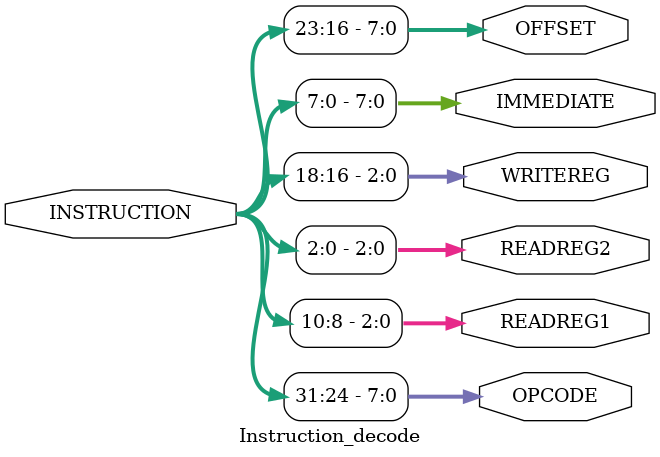
<source format=v>
`timescale  1ns/100ps
module Instruction_decode(INSTRUCTION,OPCODE,IMMEDIATE,READREG1,READREG2,WRITEREG,OFFSET);

    //========== INPUT PORT DECLARATIONS ==========
    input [31:0] INSTRUCTION;       // 32-bit instruction word from instruction memory

    //========== OUTPUT PORT DECLARATIONS ==========
    output reg [7:0] OPCODE;        // 8-bit operation code (determines instruction type)
    output reg [2:0] READREG1;      // 3-bit address for first source register (R0-R7)
    output reg [2:0] READREG2;      // 3-bit address for second source register (R0-R7)
    output reg [2:0] WRITEREG;      // 3-bit address for destination register (R0-R7)
    output reg [7:0] IMMEDIATE;     // 8-bit immediate value for immediate operations
    output reg [7:0] OFFSET;        // 8-bit offset for branch/jump instructions

    //========== COMBINATIONAL DECODE LOGIC ==========
    // Decode logic triggers whenever instruction changes
    // All field extractions happen simultaneously (combinational)
    always @(INSTRUCTION) begin
        // Extract operation code from most significant bits
        // Determines the type of operation to be performed
        OPCODE = INSTRUCTION[31:24];
        
        // Extract first source register address
        // Used for operations requiring first operand from register file
        READREG1 = INSTRUCTION[10:8];
        
        // Extract second source register address  
        // Used for operations requiring second operand from register file
        READREG2 = INSTRUCTION[2:0];
        
        // Extract destination register address
        // Specifies where result should be written in register file
        WRITEREG = INSTRUCTION[18:16];
        
        // Extract immediate value from least significant bits
        // Used for immediate operations (constants embedded in instruction)
        IMMEDIATE = INSTRUCTION[7:0];
        
        // Extract offset value for branch/jump instructions
        // Used to calculate branch target addresses
        OFFSET = INSTRUCTION[23:16];
    end

endmodule

//============================================================================
//                           Instruction Decode Testbench
// Testbench for verifying instruction decode functionality
// Tests extraction of all instruction fields from sample instruction word
//============================================================================

// module testbench;
    // reg [31:0] INSTRUCTION;
    // wire [7:0] OPCODE,IMMEDIATE;
    // wire [2:0] READREG1,READREG2,WRITEREG;

    // Instruction_decode uut(INSTRUCTION,OPCODE,IMMEDIATE,READREG1,READREG2,WRITEREG);

    // initial begin
    //     $monitor("Time=%0t | INSTRUCTION=%b | OPCODE=%b | READREG1=%b | READREG2=%b | WRITEREG=%b | IMMEDIATE=%b",$time, INSTRUCTION, OPCODE, READREG1, READREG2, WRITEREG, IMMEDIATE);

    //     // Test 1
    //     INSTRUCTION = 32'b1001111_000011000_10101010_11110000;
        

    //     $finish;
    // end
// endmodule


</source>
